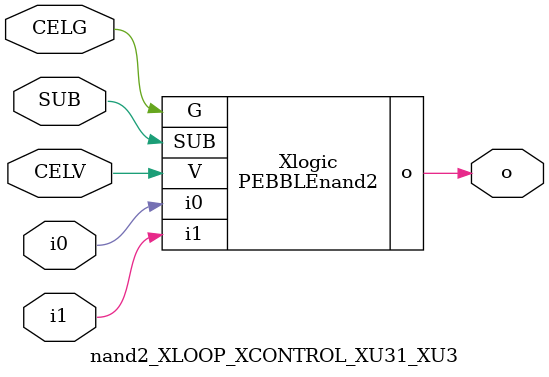
<source format=v>



module PEBBLEnand2 ( o, G, SUB, V, i0, i1 );

  input i0;
  input V;
  input i1;
  input G;
  output o;
  input SUB;
endmodule

//Celera Confidential Do Not Copy nand2_XLOOP_XCONTROL_XU31_XU3
//Celera Confidential Symbol Generator
//5V NAND2
module nand2_XLOOP_XCONTROL_XU31_XU3 (CELV,CELG,i0,i1,o,SUB);
input CELV;
input CELG;
input i0;
input i1;
input SUB;
output o;

//Celera Confidential Do Not Copy nand2
PEBBLEnand2 Xlogic(
.V (CELV),
.i0 (i0),
.i1 (i1),
.o (o),
.SUB (SUB),
.G (CELG)
);
//,diesize,PEBBLEnand2

//Celera Confidential Do Not Copy Module End
//Celera Schematic Generator
endmodule

</source>
